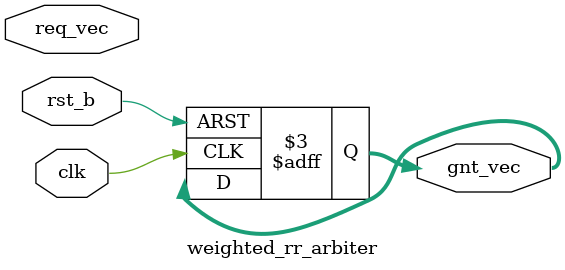
<source format=sv>
module weighted_rr_arbiter(
  input wire clk, rst_b,
  input wire [3:0] req_vec,
  output reg [3:0] gnt_vec
);
  reg [3:0] weights [0:3];
  reg [3:0] counters [0:3];
  reg [1:0] last_served;
  always @(posedge clk or negedge rst_b) begin
    if (!rst_b) begin
      weights[0] <= 4'd3; weights[1] <= 4'd2;
      weights[2] <= 4'd4; weights[3] <= 4'd1;
      gnt_vec <= 4'b0; last_served <= 2'b0;
      // Initialize counters
    end else begin
      // Weighted round-robin arbitration logic
      // would be implemented here
    end
  end
endmodule
</source>
